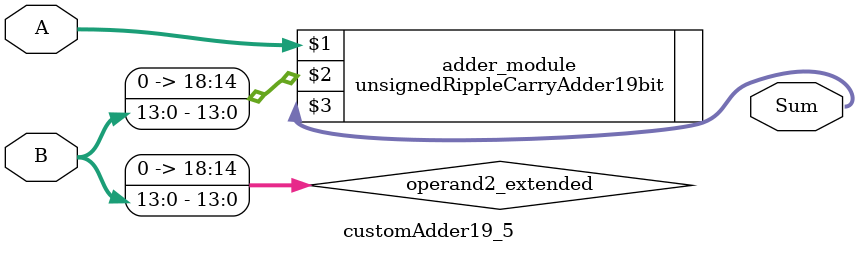
<source format=v>

module customAdder19_5(
                    input [18 : 0] A,
                    input [13 : 0] B,
                    
                    output [19 : 0] Sum
            );

    wire [18 : 0] operand2_extended;
    
    assign operand2_extended =  {5'b0, B};
    
    unsignedRippleCarryAdder19bit adder_module(
        A,
        operand2_extended,
        Sum
    );
    
endmodule
        
</source>
